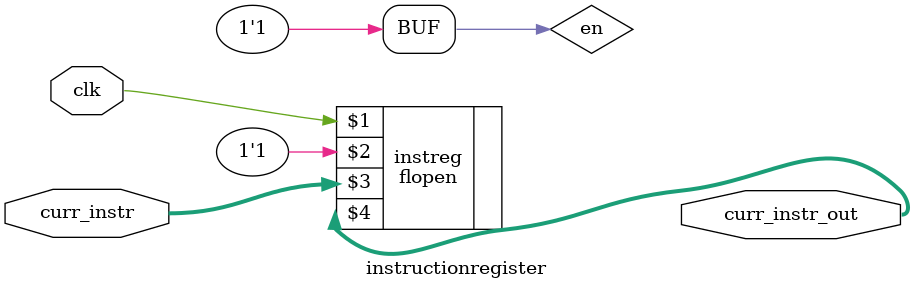
<source format=sv>
module instructionregister(input logic clk,
									input logic [15:0] curr_instr, // data from memory
									output logic [15:0] curr_instr_out);
	logic en = 1'b0;
	flopen instreg(clk, en, curr_instr, curr_instr_out);
	
	always@(curr_instr)
		begin
			en <= 1'b1;
		end

endmodule
</source>
